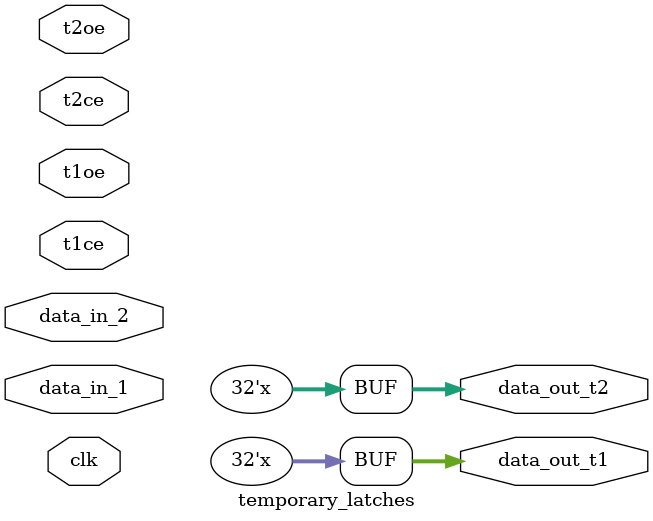
<source format=v>
module temporary_latches(
    input                   clk,
    input                   t1ce,
    input                   t1oe,
    input                   t2ce,
    input                   t2oe,
    input   [31:0]          data_in_1,
    input   [31:0]          data_in_2,
    output  [31:0]          data_out_t1,
    output  [31:0]          data_out_t2
);

    wire    [31:0]          data_in_1;
    wire    [31:0]          data_in_2;
    wire    [31:0]          data_out_1;
    wire    [31:0]          data_out_2;

    reg     [31:0]          t1;
    reg     [31:0]          t2;

    always @ (t1ce or t1oe or clk)begin
        if(t1ce)begin
            t1 <= data_in_1;
        end
        else begin
            if(t1oe)begin
                data_out_t1 <= t1;
            end
        end
    end

    always @ (t2ce or t2oe or clk)begin
        if(t2ce)begin
            t2 <= data_in_2;
        end
        else begin
            if(t2oe)begin
                data_out_t2 <= t2;
            end
        end
    end

endmodule
</source>
